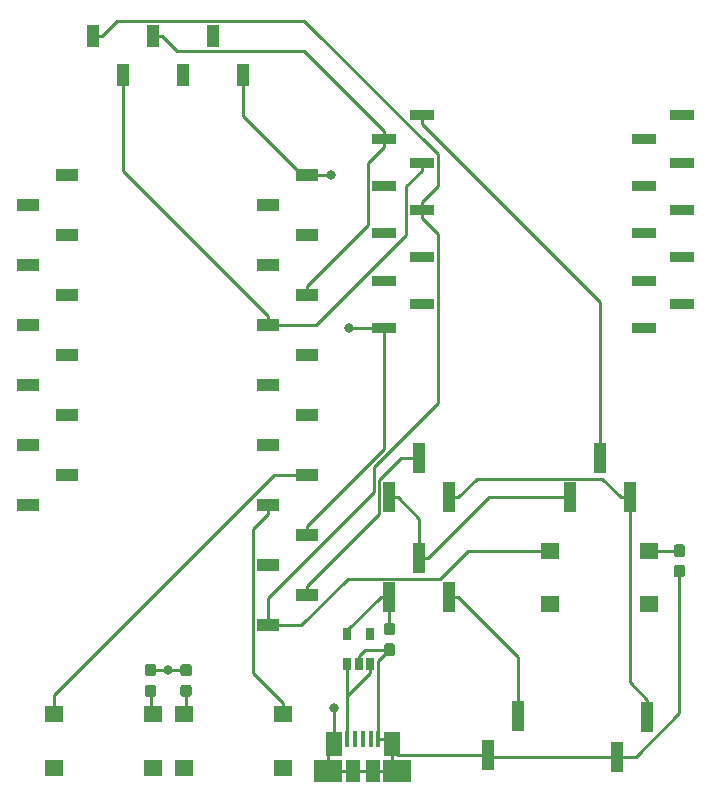
<source format=gtl>
G04 #@! TF.GenerationSoftware,KiCad,Pcbnew,(5.0.1)-3*
G04 #@! TF.CreationDate,2019-03-20T13:05:33+01:00*
G04 #@! TF.ProjectId,FeatherWing and xBee motherboard,4665617468657257696E6720616E6420,rev?*
G04 #@! TF.SameCoordinates,Original*
G04 #@! TF.FileFunction,Copper,L1,Top,Signal*
G04 #@! TF.FilePolarity,Positive*
%FSLAX46Y46*%
G04 Gerber Fmt 4.6, Leading zero omitted, Abs format (unit mm)*
G04 Created by KiCad (PCBNEW (5.0.1)-3) date 20.03.2019 13:05:33*
%MOMM*%
%LPD*%
G01*
G04 APERTURE LIST*
G04 #@! TA.AperFunction,SMDPad,CuDef*
%ADD10R,0.450000X1.380000*%
G04 #@! TD*
G04 #@! TA.AperFunction,SMDPad,CuDef*
%ADD11R,1.475000X2.100000*%
G04 #@! TD*
G04 #@! TA.AperFunction,SMDPad,CuDef*
%ADD12R,2.375000X1.900000*%
G04 #@! TD*
G04 #@! TA.AperFunction,SMDPad,CuDef*
%ADD13R,1.175000X1.900000*%
G04 #@! TD*
G04 #@! TA.AperFunction,Conductor*
%ADD14C,0.100000*%
G04 #@! TD*
G04 #@! TA.AperFunction,SMDPad,CuDef*
%ADD15C,0.950000*%
G04 #@! TD*
G04 #@! TA.AperFunction,SMDPad,CuDef*
%ADD16R,1.000000X2.510000*%
G04 #@! TD*
G04 #@! TA.AperFunction,SMDPad,CuDef*
%ADD17R,2.000000X0.900000*%
G04 #@! TD*
G04 #@! TA.AperFunction,SMDPad,CuDef*
%ADD18R,1.900000X1.000000*%
G04 #@! TD*
G04 #@! TA.AperFunction,SMDPad,CuDef*
%ADD19R,1.600000X1.400000*%
G04 #@! TD*
G04 #@! TA.AperFunction,SMDPad,CuDef*
%ADD20R,1.000000X1.900000*%
G04 #@! TD*
G04 #@! TA.AperFunction,SMDPad,CuDef*
%ADD21R,0.660000X1.000000*%
G04 #@! TD*
G04 #@! TA.AperFunction,ViaPad*
%ADD22C,0.800000*%
G04 #@! TD*
G04 #@! TA.AperFunction,Conductor*
%ADD23C,0.250000*%
G04 #@! TD*
G04 APERTURE END LIST*
D10*
G04 #@! TO.P,J1,1*
G04 #@! TO.N,Net-(J1-Pad1)*
X113770800Y-136098000D03*
G04 #@! TO.P,J1,2*
G04 #@! TO.N,Net-(J1-Pad2)*
X114420800Y-136098000D03*
G04 #@! TO.P,J1,3*
G04 #@! TO.N,Net-(J1-Pad3)*
X115070800Y-136098000D03*
G04 #@! TO.P,J1,4*
G04 #@! TO.N,Net-(J1-Pad4)*
X115720800Y-136098000D03*
G04 #@! TO.P,J1,5*
G04 #@! TO.N,/GND*
X116370800Y-136098000D03*
D11*
G04 #@! TO.P,J1,6*
X112608300Y-136458000D03*
X117533300Y-136458000D03*
D12*
X112160800Y-138758000D03*
X117980800Y-138758000D03*
D13*
X114230800Y-138758000D03*
X115910800Y-138758000D03*
G04 #@! TD*
D14*
G04 #@! TO.N,Net-(R1-Pad2)*
G04 #@! TO.C,R1*
G36*
X97361579Y-131464144D02*
X97384634Y-131467563D01*
X97407243Y-131473227D01*
X97429187Y-131481079D01*
X97450257Y-131491044D01*
X97470248Y-131503026D01*
X97488968Y-131516910D01*
X97506238Y-131532562D01*
X97521890Y-131549832D01*
X97535774Y-131568552D01*
X97547756Y-131588543D01*
X97557721Y-131609613D01*
X97565573Y-131631557D01*
X97571237Y-131654166D01*
X97574656Y-131677221D01*
X97575800Y-131700500D01*
X97575800Y-132275500D01*
X97574656Y-132298779D01*
X97571237Y-132321834D01*
X97565573Y-132344443D01*
X97557721Y-132366387D01*
X97547756Y-132387457D01*
X97535774Y-132407448D01*
X97521890Y-132426168D01*
X97506238Y-132443438D01*
X97488968Y-132459090D01*
X97470248Y-132472974D01*
X97450257Y-132484956D01*
X97429187Y-132494921D01*
X97407243Y-132502773D01*
X97384634Y-132508437D01*
X97361579Y-132511856D01*
X97338300Y-132513000D01*
X96863300Y-132513000D01*
X96840021Y-132511856D01*
X96816966Y-132508437D01*
X96794357Y-132502773D01*
X96772413Y-132494921D01*
X96751343Y-132484956D01*
X96731352Y-132472974D01*
X96712632Y-132459090D01*
X96695362Y-132443438D01*
X96679710Y-132426168D01*
X96665826Y-132407448D01*
X96653844Y-132387457D01*
X96643879Y-132366387D01*
X96636027Y-132344443D01*
X96630363Y-132321834D01*
X96626944Y-132298779D01*
X96625800Y-132275500D01*
X96625800Y-131700500D01*
X96626944Y-131677221D01*
X96630363Y-131654166D01*
X96636027Y-131631557D01*
X96643879Y-131609613D01*
X96653844Y-131588543D01*
X96665826Y-131568552D01*
X96679710Y-131549832D01*
X96695362Y-131532562D01*
X96712632Y-131516910D01*
X96731352Y-131503026D01*
X96751343Y-131491044D01*
X96772413Y-131481079D01*
X96794357Y-131473227D01*
X96816966Y-131467563D01*
X96840021Y-131464144D01*
X96863300Y-131463000D01*
X97338300Y-131463000D01*
X97361579Y-131464144D01*
X97361579Y-131464144D01*
G37*
D15*
G04 #@! TD*
G04 #@! TO.P,R1,2*
G04 #@! TO.N,Net-(R1-Pad2)*
X97100800Y-131988000D03*
D14*
G04 #@! TO.N,/GND*
G04 #@! TO.C,R1*
G36*
X97361579Y-129714144D02*
X97384634Y-129717563D01*
X97407243Y-129723227D01*
X97429187Y-129731079D01*
X97450257Y-129741044D01*
X97470248Y-129753026D01*
X97488968Y-129766910D01*
X97506238Y-129782562D01*
X97521890Y-129799832D01*
X97535774Y-129818552D01*
X97547756Y-129838543D01*
X97557721Y-129859613D01*
X97565573Y-129881557D01*
X97571237Y-129904166D01*
X97574656Y-129927221D01*
X97575800Y-129950500D01*
X97575800Y-130525500D01*
X97574656Y-130548779D01*
X97571237Y-130571834D01*
X97565573Y-130594443D01*
X97557721Y-130616387D01*
X97547756Y-130637457D01*
X97535774Y-130657448D01*
X97521890Y-130676168D01*
X97506238Y-130693438D01*
X97488968Y-130709090D01*
X97470248Y-130722974D01*
X97450257Y-130734956D01*
X97429187Y-130744921D01*
X97407243Y-130752773D01*
X97384634Y-130758437D01*
X97361579Y-130761856D01*
X97338300Y-130763000D01*
X96863300Y-130763000D01*
X96840021Y-130761856D01*
X96816966Y-130758437D01*
X96794357Y-130752773D01*
X96772413Y-130744921D01*
X96751343Y-130734956D01*
X96731352Y-130722974D01*
X96712632Y-130709090D01*
X96695362Y-130693438D01*
X96679710Y-130676168D01*
X96665826Y-130657448D01*
X96653844Y-130637457D01*
X96643879Y-130616387D01*
X96636027Y-130594443D01*
X96630363Y-130571834D01*
X96626944Y-130548779D01*
X96625800Y-130525500D01*
X96625800Y-129950500D01*
X96626944Y-129927221D01*
X96630363Y-129904166D01*
X96636027Y-129881557D01*
X96643879Y-129859613D01*
X96653844Y-129838543D01*
X96665826Y-129818552D01*
X96679710Y-129799832D01*
X96695362Y-129782562D01*
X96712632Y-129766910D01*
X96731352Y-129753026D01*
X96751343Y-129741044D01*
X96772413Y-129731079D01*
X96794357Y-129723227D01*
X96816966Y-129717563D01*
X96840021Y-129714144D01*
X96863300Y-129713000D01*
X97338300Y-129713000D01*
X97361579Y-129714144D01*
X97361579Y-129714144D01*
G37*
D15*
G04 #@! TD*
G04 #@! TO.P,R1,1*
G04 #@! TO.N,/GND*
X97100800Y-130238000D03*
D14*
G04 #@! TO.N,/GND*
G04 #@! TO.C,R2*
G36*
X100361579Y-129714144D02*
X100384634Y-129717563D01*
X100407243Y-129723227D01*
X100429187Y-129731079D01*
X100450257Y-129741044D01*
X100470248Y-129753026D01*
X100488968Y-129766910D01*
X100506238Y-129782562D01*
X100521890Y-129799832D01*
X100535774Y-129818552D01*
X100547756Y-129838543D01*
X100557721Y-129859613D01*
X100565573Y-129881557D01*
X100571237Y-129904166D01*
X100574656Y-129927221D01*
X100575800Y-129950500D01*
X100575800Y-130525500D01*
X100574656Y-130548779D01*
X100571237Y-130571834D01*
X100565573Y-130594443D01*
X100557721Y-130616387D01*
X100547756Y-130637457D01*
X100535774Y-130657448D01*
X100521890Y-130676168D01*
X100506238Y-130693438D01*
X100488968Y-130709090D01*
X100470248Y-130722974D01*
X100450257Y-130734956D01*
X100429187Y-130744921D01*
X100407243Y-130752773D01*
X100384634Y-130758437D01*
X100361579Y-130761856D01*
X100338300Y-130763000D01*
X99863300Y-130763000D01*
X99840021Y-130761856D01*
X99816966Y-130758437D01*
X99794357Y-130752773D01*
X99772413Y-130744921D01*
X99751343Y-130734956D01*
X99731352Y-130722974D01*
X99712632Y-130709090D01*
X99695362Y-130693438D01*
X99679710Y-130676168D01*
X99665826Y-130657448D01*
X99653844Y-130637457D01*
X99643879Y-130616387D01*
X99636027Y-130594443D01*
X99630363Y-130571834D01*
X99626944Y-130548779D01*
X99625800Y-130525500D01*
X99625800Y-129950500D01*
X99626944Y-129927221D01*
X99630363Y-129904166D01*
X99636027Y-129881557D01*
X99643879Y-129859613D01*
X99653844Y-129838543D01*
X99665826Y-129818552D01*
X99679710Y-129799832D01*
X99695362Y-129782562D01*
X99712632Y-129766910D01*
X99731352Y-129753026D01*
X99751343Y-129741044D01*
X99772413Y-129731079D01*
X99794357Y-129723227D01*
X99816966Y-129717563D01*
X99840021Y-129714144D01*
X99863300Y-129713000D01*
X100338300Y-129713000D01*
X100361579Y-129714144D01*
X100361579Y-129714144D01*
G37*
D15*
G04 #@! TD*
G04 #@! TO.P,R2,1*
G04 #@! TO.N,/GND*
X100100800Y-130238000D03*
D14*
G04 #@! TO.N,Net-(R2-Pad2)*
G04 #@! TO.C,R2*
G36*
X100361579Y-131464144D02*
X100384634Y-131467563D01*
X100407243Y-131473227D01*
X100429187Y-131481079D01*
X100450257Y-131491044D01*
X100470248Y-131503026D01*
X100488968Y-131516910D01*
X100506238Y-131532562D01*
X100521890Y-131549832D01*
X100535774Y-131568552D01*
X100547756Y-131588543D01*
X100557721Y-131609613D01*
X100565573Y-131631557D01*
X100571237Y-131654166D01*
X100574656Y-131677221D01*
X100575800Y-131700500D01*
X100575800Y-132275500D01*
X100574656Y-132298779D01*
X100571237Y-132321834D01*
X100565573Y-132344443D01*
X100557721Y-132366387D01*
X100547756Y-132387457D01*
X100535774Y-132407448D01*
X100521890Y-132426168D01*
X100506238Y-132443438D01*
X100488968Y-132459090D01*
X100470248Y-132472974D01*
X100450257Y-132484956D01*
X100429187Y-132494921D01*
X100407243Y-132502773D01*
X100384634Y-132508437D01*
X100361579Y-132511856D01*
X100338300Y-132513000D01*
X99863300Y-132513000D01*
X99840021Y-132511856D01*
X99816966Y-132508437D01*
X99794357Y-132502773D01*
X99772413Y-132494921D01*
X99751343Y-132484956D01*
X99731352Y-132472974D01*
X99712632Y-132459090D01*
X99695362Y-132443438D01*
X99679710Y-132426168D01*
X99665826Y-132407448D01*
X99653844Y-132387457D01*
X99643879Y-132366387D01*
X99636027Y-132344443D01*
X99630363Y-132321834D01*
X99626944Y-132298779D01*
X99625800Y-132275500D01*
X99625800Y-131700500D01*
X99626944Y-131677221D01*
X99630363Y-131654166D01*
X99636027Y-131631557D01*
X99643879Y-131609613D01*
X99653844Y-131588543D01*
X99665826Y-131568552D01*
X99679710Y-131549832D01*
X99695362Y-131532562D01*
X99712632Y-131516910D01*
X99731352Y-131503026D01*
X99751343Y-131491044D01*
X99772413Y-131481079D01*
X99794357Y-131473227D01*
X99816966Y-131467563D01*
X99840021Y-131464144D01*
X99863300Y-131463000D01*
X100338300Y-131463000D01*
X100361579Y-131464144D01*
X100361579Y-131464144D01*
G37*
D15*
G04 #@! TD*
G04 #@! TO.P,R2,2*
G04 #@! TO.N,Net-(R2-Pad2)*
X100100800Y-131988000D03*
D16*
G04 #@! TO.P,SW4,1*
G04 #@! TO.N,Net-(SW4-Pad1)*
X117294000Y-115621000D03*
G04 #@! TO.P,SW4,3*
G04 #@! TO.N,Net-(J3-Pad1)*
X122374000Y-115621000D03*
G04 #@! TO.P,SW4,2*
G04 #@! TO.N,/nRF_VCC*
X119834000Y-112311000D03*
G04 #@! TD*
G04 #@! TO.P,SW5,2*
G04 #@! TO.N,/RN_VCC*
X135148800Y-112311000D03*
G04 #@! TO.P,SW5,3*
G04 #@! TO.N,Net-(J3-Pad1)*
X137688800Y-115621000D03*
G04 #@! TO.P,SW5,1*
G04 #@! TO.N,Net-(SW4-Pad1)*
X132608800Y-115621000D03*
G04 #@! TD*
D14*
G04 #@! TO.N,Net-(C1-Pad1)*
G04 #@! TO.C,C1*
G36*
X117584779Y-126238144D02*
X117607834Y-126241563D01*
X117630443Y-126247227D01*
X117652387Y-126255079D01*
X117673457Y-126265044D01*
X117693448Y-126277026D01*
X117712168Y-126290910D01*
X117729438Y-126306562D01*
X117745090Y-126323832D01*
X117758974Y-126342552D01*
X117770956Y-126362543D01*
X117780921Y-126383613D01*
X117788773Y-126405557D01*
X117794437Y-126428166D01*
X117797856Y-126451221D01*
X117799000Y-126474500D01*
X117799000Y-127049500D01*
X117797856Y-127072779D01*
X117794437Y-127095834D01*
X117788773Y-127118443D01*
X117780921Y-127140387D01*
X117770956Y-127161457D01*
X117758974Y-127181448D01*
X117745090Y-127200168D01*
X117729438Y-127217438D01*
X117712168Y-127233090D01*
X117693448Y-127246974D01*
X117673457Y-127258956D01*
X117652387Y-127268921D01*
X117630443Y-127276773D01*
X117607834Y-127282437D01*
X117584779Y-127285856D01*
X117561500Y-127287000D01*
X117086500Y-127287000D01*
X117063221Y-127285856D01*
X117040166Y-127282437D01*
X117017557Y-127276773D01*
X116995613Y-127268921D01*
X116974543Y-127258956D01*
X116954552Y-127246974D01*
X116935832Y-127233090D01*
X116918562Y-127217438D01*
X116902910Y-127200168D01*
X116889026Y-127181448D01*
X116877044Y-127161457D01*
X116867079Y-127140387D01*
X116859227Y-127118443D01*
X116853563Y-127095834D01*
X116850144Y-127072779D01*
X116849000Y-127049500D01*
X116849000Y-126474500D01*
X116850144Y-126451221D01*
X116853563Y-126428166D01*
X116859227Y-126405557D01*
X116867079Y-126383613D01*
X116877044Y-126362543D01*
X116889026Y-126342552D01*
X116902910Y-126323832D01*
X116918562Y-126306562D01*
X116935832Y-126290910D01*
X116954552Y-126277026D01*
X116974543Y-126265044D01*
X116995613Y-126255079D01*
X117017557Y-126247227D01*
X117040166Y-126241563D01*
X117063221Y-126238144D01*
X117086500Y-126237000D01*
X117561500Y-126237000D01*
X117584779Y-126238144D01*
X117584779Y-126238144D01*
G37*
D15*
G04 #@! TD*
G04 #@! TO.P,C1,1*
G04 #@! TO.N,Net-(C1-Pad1)*
X117324000Y-126762000D03*
D14*
G04 #@! TO.N,/GND*
G04 #@! TO.C,C1*
G36*
X117584779Y-127988144D02*
X117607834Y-127991563D01*
X117630443Y-127997227D01*
X117652387Y-128005079D01*
X117673457Y-128015044D01*
X117693448Y-128027026D01*
X117712168Y-128040910D01*
X117729438Y-128056562D01*
X117745090Y-128073832D01*
X117758974Y-128092552D01*
X117770956Y-128112543D01*
X117780921Y-128133613D01*
X117788773Y-128155557D01*
X117794437Y-128178166D01*
X117797856Y-128201221D01*
X117799000Y-128224500D01*
X117799000Y-128799500D01*
X117797856Y-128822779D01*
X117794437Y-128845834D01*
X117788773Y-128868443D01*
X117780921Y-128890387D01*
X117770956Y-128911457D01*
X117758974Y-128931448D01*
X117745090Y-128950168D01*
X117729438Y-128967438D01*
X117712168Y-128983090D01*
X117693448Y-128996974D01*
X117673457Y-129008956D01*
X117652387Y-129018921D01*
X117630443Y-129026773D01*
X117607834Y-129032437D01*
X117584779Y-129035856D01*
X117561500Y-129037000D01*
X117086500Y-129037000D01*
X117063221Y-129035856D01*
X117040166Y-129032437D01*
X117017557Y-129026773D01*
X116995613Y-129018921D01*
X116974543Y-129008956D01*
X116954552Y-128996974D01*
X116935832Y-128983090D01*
X116918562Y-128967438D01*
X116902910Y-128950168D01*
X116889026Y-128931448D01*
X116877044Y-128911457D01*
X116867079Y-128890387D01*
X116859227Y-128868443D01*
X116853563Y-128845834D01*
X116850144Y-128822779D01*
X116849000Y-128799500D01*
X116849000Y-128224500D01*
X116850144Y-128201221D01*
X116853563Y-128178166D01*
X116859227Y-128155557D01*
X116867079Y-128133613D01*
X116877044Y-128112543D01*
X116889026Y-128092552D01*
X116902910Y-128073832D01*
X116918562Y-128056562D01*
X116935832Y-128040910D01*
X116954552Y-128027026D01*
X116974543Y-128015044D01*
X116995613Y-128005079D01*
X117017557Y-127997227D01*
X117040166Y-127991563D01*
X117063221Y-127988144D01*
X117086500Y-127987000D01*
X117561500Y-127987000D01*
X117584779Y-127988144D01*
X117584779Y-127988144D01*
G37*
D15*
G04 #@! TD*
G04 #@! TO.P,C1,2*
G04 #@! TO.N,/GND*
X117324000Y-128512000D03*
D17*
G04 #@! TO.P,U1,19*
G04 #@! TO.N,Net-(U1-Pad19)*
X138874000Y-85266000D03*
G04 #@! TO.P,U1,17*
G04 #@! TO.N,Net-(U1-Pad17)*
X138874000Y-89266000D03*
G04 #@! TO.P,U1,15*
G04 #@! TO.N,Net-(U1-Pad15)*
X138874000Y-93266000D03*
G04 #@! TO.P,U1,13*
G04 #@! TO.N,Net-(U1-Pad13)*
X138874000Y-97266000D03*
G04 #@! TO.P,U1,11*
G04 #@! TO.N,Net-(U1-Pad11)*
X138874000Y-101266000D03*
G04 #@! TO.P,U1,20*
G04 #@! TO.N,Net-(U1-Pad20)*
X142074000Y-83266000D03*
G04 #@! TO.P,U1,18*
G04 #@! TO.N,Net-(U1-Pad18)*
X142074000Y-87266000D03*
G04 #@! TO.P,U1,16*
G04 #@! TO.N,Net-(U1-Pad16)*
X142074000Y-91266000D03*
G04 #@! TO.P,U1,14*
G04 #@! TO.N,Net-(U1-Pad14)*
X142074000Y-95266000D03*
G04 #@! TO.P,U1,12*
G04 #@! TO.N,Net-(U1-Pad12)*
X142074000Y-99266000D03*
G04 #@! TO.P,U1,2*
G04 #@! TO.N,/TX*
X116874000Y-85266000D03*
G04 #@! TO.P,U1,4*
G04 #@! TO.N,Net-(U1-Pad4)*
X116874000Y-89266000D03*
G04 #@! TO.P,U1,6*
G04 #@! TO.N,Net-(U1-Pad6)*
X116874000Y-93266000D03*
G04 #@! TO.P,U1,8*
G04 #@! TO.N,Net-(U1-Pad8)*
X116874000Y-97266000D03*
G04 #@! TO.P,U1,10*
G04 #@! TO.N,/GND*
X116874000Y-101266000D03*
G04 #@! TO.P,U1,1*
G04 #@! TO.N,/RN_VCC*
X120074000Y-83266000D03*
G04 #@! TO.P,U1,3*
G04 #@! TO.N,/RX*
X120074000Y-87266000D03*
G04 #@! TO.P,U1,5*
G04 #@! TO.N,/RESET*
X120074000Y-91266000D03*
G04 #@! TO.P,U1,7*
G04 #@! TO.N,Net-(U1-Pad7)*
X120074000Y-95266000D03*
G04 #@! TO.P,U1,9*
G04 #@! TO.N,Net-(U1-Pad9)*
X120074000Y-99266000D03*
G04 #@! TD*
D18*
G04 #@! TO.P,U2,27*
G04 #@! TO.N,Net-(U2-Pad27)*
X86734532Y-90866070D03*
G04 #@! TO.P,U2,25*
G04 #@! TO.N,Net-(U2-Pad25)*
X86734532Y-95946070D03*
G04 #@! TO.P,U2,23*
G04 #@! TO.N,Net-(U2-Pad23)*
X86734532Y-101026070D03*
G04 #@! TO.P,U2,21*
G04 #@! TO.N,Net-(U2-Pad21)*
X86734532Y-106106070D03*
G04 #@! TO.P,U2,19*
G04 #@! TO.N,Net-(U2-Pad19)*
X86734532Y-111186070D03*
G04 #@! TO.P,U2,17*
G04 #@! TO.N,Net-(U2-Pad17)*
X86734532Y-116266070D03*
G04 #@! TO.P,U2,28*
G04 #@! TO.N,Net-(U2-Pad28)*
X90034532Y-88326070D03*
G04 #@! TO.P,U2,26*
G04 #@! TO.N,Net-(U2-Pad26)*
X90034532Y-93406070D03*
G04 #@! TO.P,U2,24*
G04 #@! TO.N,Net-(U2-Pad24)*
X90034532Y-98486070D03*
G04 #@! TO.P,U2,22*
G04 #@! TO.N,Net-(U2-Pad22)*
X90034532Y-103566070D03*
G04 #@! TO.P,U2,20*
G04 #@! TO.N,Net-(U2-Pad20)*
X90034532Y-108646070D03*
G04 #@! TO.P,U2,18*
G04 #@! TO.N,Net-(U2-Pad18)*
X90034532Y-113726070D03*
G04 #@! TO.P,U2,15*
G04 #@! TO.N,Net-(U2-Pad15)*
X107050268Y-90868000D03*
G04 #@! TO.P,U2,13*
G04 #@! TO.N,Net-(U2-Pad13)*
X107050268Y-95948000D03*
G04 #@! TO.P,U2,11*
G04 #@! TO.N,/RX*
X107050268Y-101028000D03*
G04 #@! TO.P,U2,9*
G04 #@! TO.N,Net-(U2-Pad9)*
X107050268Y-106108000D03*
G04 #@! TO.P,U2,7*
G04 #@! TO.N,Net-(U2-Pad7)*
X107050268Y-111188000D03*
G04 #@! TO.P,U2,5*
G04 #@! TO.N,/BTN2*
X107050268Y-116268000D03*
G04 #@! TO.P,U2,3*
G04 #@! TO.N,Net-(U2-Pad3)*
X107050268Y-121348000D03*
G04 #@! TO.P,U2,1*
G04 #@! TO.N,/RESET*
X107050268Y-126428000D03*
G04 #@! TO.P,U2,16*
G04 #@! TO.N,/GND*
X110350268Y-88328000D03*
G04 #@! TO.P,U2,14*
G04 #@! TO.N,Net-(U2-Pad14)*
X110350268Y-93408000D03*
G04 #@! TO.P,U2,12*
G04 #@! TO.N,/TX*
X110350268Y-98488000D03*
G04 #@! TO.P,U2,10*
G04 #@! TO.N,Net-(U2-Pad10)*
X110350268Y-103568000D03*
G04 #@! TO.P,U2,8*
G04 #@! TO.N,Net-(U2-Pad8)*
X110350268Y-108648000D03*
G04 #@! TO.P,U2,6*
G04 #@! TO.N,/BTN1*
X110350268Y-113728000D03*
G04 #@! TO.P,U2,4*
G04 #@! TO.N,/GND*
X110350268Y-118808000D03*
G04 #@! TO.P,U2,2*
G04 #@! TO.N,/nRF_VCC*
X110350268Y-123888000D03*
G04 #@! TD*
D19*
G04 #@! TO.P,SW1,3*
G04 #@! TO.N,N/C*
X88900800Y-138488000D03*
G04 #@! TO.P,SW1,1*
G04 #@! TO.N,/BTN1*
X88900800Y-133988000D03*
G04 #@! TO.P,SW1,2*
G04 #@! TO.N,Net-(R1-Pad2)*
X97300800Y-133988000D03*
G04 #@! TO.P,SW1,4*
G04 #@! TO.N,N/C*
X97300800Y-138488000D03*
G04 #@! TD*
G04 #@! TO.P,SW2,4*
G04 #@! TO.N,N/C*
X108300800Y-138488000D03*
G04 #@! TO.P,SW2,2*
G04 #@! TO.N,/BTN2*
X108300800Y-133988000D03*
G04 #@! TO.P,SW2,1*
G04 #@! TO.N,Net-(R2-Pad2)*
X99900800Y-133988000D03*
G04 #@! TO.P,SW2,3*
G04 #@! TO.N,N/C*
X99900800Y-138488000D03*
G04 #@! TD*
D16*
G04 #@! TO.P,J2,1*
G04 #@! TO.N,Net-(J2-Pad1)*
X128248800Y-134150000D03*
G04 #@! TO.P,J2,2*
G04 #@! TO.N,/GND*
X125708800Y-137460000D03*
G04 #@! TD*
G04 #@! TO.P,J3,2*
G04 #@! TO.N,/GND*
X136608300Y-137563000D03*
G04 #@! TO.P,J3,1*
G04 #@! TO.N,Net-(J3-Pad1)*
X139148300Y-134253000D03*
G04 #@! TD*
D14*
G04 #@! TO.N,/GND*
G04 #@! TO.C,R3*
G36*
X142134779Y-121342144D02*
X142157834Y-121345563D01*
X142180443Y-121351227D01*
X142202387Y-121359079D01*
X142223457Y-121369044D01*
X142243448Y-121381026D01*
X142262168Y-121394910D01*
X142279438Y-121410562D01*
X142295090Y-121427832D01*
X142308974Y-121446552D01*
X142320956Y-121466543D01*
X142330921Y-121487613D01*
X142338773Y-121509557D01*
X142344437Y-121532166D01*
X142347856Y-121555221D01*
X142349000Y-121578500D01*
X142349000Y-122153500D01*
X142347856Y-122176779D01*
X142344437Y-122199834D01*
X142338773Y-122222443D01*
X142330921Y-122244387D01*
X142320956Y-122265457D01*
X142308974Y-122285448D01*
X142295090Y-122304168D01*
X142279438Y-122321438D01*
X142262168Y-122337090D01*
X142243448Y-122350974D01*
X142223457Y-122362956D01*
X142202387Y-122372921D01*
X142180443Y-122380773D01*
X142157834Y-122386437D01*
X142134779Y-122389856D01*
X142111500Y-122391000D01*
X141636500Y-122391000D01*
X141613221Y-122389856D01*
X141590166Y-122386437D01*
X141567557Y-122380773D01*
X141545613Y-122372921D01*
X141524543Y-122362956D01*
X141504552Y-122350974D01*
X141485832Y-122337090D01*
X141468562Y-122321438D01*
X141452910Y-122304168D01*
X141439026Y-122285448D01*
X141427044Y-122265457D01*
X141417079Y-122244387D01*
X141409227Y-122222443D01*
X141403563Y-122199834D01*
X141400144Y-122176779D01*
X141399000Y-122153500D01*
X141399000Y-121578500D01*
X141400144Y-121555221D01*
X141403563Y-121532166D01*
X141409227Y-121509557D01*
X141417079Y-121487613D01*
X141427044Y-121466543D01*
X141439026Y-121446552D01*
X141452910Y-121427832D01*
X141468562Y-121410562D01*
X141485832Y-121394910D01*
X141504552Y-121381026D01*
X141524543Y-121369044D01*
X141545613Y-121359079D01*
X141567557Y-121351227D01*
X141590166Y-121345563D01*
X141613221Y-121342144D01*
X141636500Y-121341000D01*
X142111500Y-121341000D01*
X142134779Y-121342144D01*
X142134779Y-121342144D01*
G37*
D15*
G04 #@! TD*
G04 #@! TO.P,R3,1*
G04 #@! TO.N,/GND*
X141874000Y-121866000D03*
D14*
G04 #@! TO.N,Net-(R3-Pad2)*
G04 #@! TO.C,R3*
G36*
X142134779Y-119592144D02*
X142157834Y-119595563D01*
X142180443Y-119601227D01*
X142202387Y-119609079D01*
X142223457Y-119619044D01*
X142243448Y-119631026D01*
X142262168Y-119644910D01*
X142279438Y-119660562D01*
X142295090Y-119677832D01*
X142308974Y-119696552D01*
X142320956Y-119716543D01*
X142330921Y-119737613D01*
X142338773Y-119759557D01*
X142344437Y-119782166D01*
X142347856Y-119805221D01*
X142349000Y-119828500D01*
X142349000Y-120403500D01*
X142347856Y-120426779D01*
X142344437Y-120449834D01*
X142338773Y-120472443D01*
X142330921Y-120494387D01*
X142320956Y-120515457D01*
X142308974Y-120535448D01*
X142295090Y-120554168D01*
X142279438Y-120571438D01*
X142262168Y-120587090D01*
X142243448Y-120600974D01*
X142223457Y-120612956D01*
X142202387Y-120622921D01*
X142180443Y-120630773D01*
X142157834Y-120636437D01*
X142134779Y-120639856D01*
X142111500Y-120641000D01*
X141636500Y-120641000D01*
X141613221Y-120639856D01*
X141590166Y-120636437D01*
X141567557Y-120630773D01*
X141545613Y-120622921D01*
X141524543Y-120612956D01*
X141504552Y-120600974D01*
X141485832Y-120587090D01*
X141468562Y-120571438D01*
X141452910Y-120554168D01*
X141439026Y-120535448D01*
X141427044Y-120515457D01*
X141417079Y-120494387D01*
X141409227Y-120472443D01*
X141403563Y-120449834D01*
X141400144Y-120426779D01*
X141399000Y-120403500D01*
X141399000Y-119828500D01*
X141400144Y-119805221D01*
X141403563Y-119782166D01*
X141409227Y-119759557D01*
X141417079Y-119737613D01*
X141427044Y-119716543D01*
X141439026Y-119696552D01*
X141452910Y-119677832D01*
X141468562Y-119660562D01*
X141485832Y-119644910D01*
X141504552Y-119631026D01*
X141524543Y-119619044D01*
X141545613Y-119609079D01*
X141567557Y-119601227D01*
X141590166Y-119595563D01*
X141613221Y-119592144D01*
X141636500Y-119591000D01*
X142111500Y-119591000D01*
X142134779Y-119592144D01*
X142134779Y-119592144D01*
G37*
D15*
G04 #@! TD*
G04 #@! TO.P,R3,2*
G04 #@! TO.N,Net-(R3-Pad2)*
X141874000Y-120116000D03*
D20*
G04 #@! TO.P,J4,2*
G04 #@! TO.N,/RX*
X94757400Y-79818000D03*
G04 #@! TO.P,J4,4*
G04 #@! TO.N,Net-(J4-Pad4)*
X99837400Y-79818000D03*
G04 #@! TO.P,J4,6*
G04 #@! TO.N,/GND*
X104917400Y-79818000D03*
G04 #@! TO.P,J4,1*
G04 #@! TO.N,/RESET*
X92217400Y-76518000D03*
G04 #@! TO.P,J4,3*
G04 #@! TO.N,/TX*
X97297400Y-76518000D03*
G04 #@! TO.P,J4,5*
G04 #@! TO.N,Net-(J4-Pad5)*
X102377400Y-76518000D03*
G04 #@! TD*
D16*
G04 #@! TO.P,SW6,2*
G04 #@! TO.N,Net-(SW4-Pad1)*
X119864000Y-120756000D03*
G04 #@! TO.P,SW6,3*
G04 #@! TO.N,Net-(J2-Pad1)*
X122404000Y-124066000D03*
G04 #@! TO.P,SW6,1*
G04 #@! TO.N,Net-(C1-Pad1)*
X117324000Y-124066000D03*
G04 #@! TD*
D19*
G04 #@! TO.P,SW3,4*
G04 #@! TO.N,N/C*
X139324000Y-124661000D03*
G04 #@! TO.P,SW3,2*
G04 #@! TO.N,Net-(R3-Pad2)*
X139324000Y-120161000D03*
G04 #@! TO.P,SW3,1*
G04 #@! TO.N,/RESET*
X130924000Y-120161000D03*
G04 #@! TO.P,SW3,3*
G04 #@! TO.N,N/C*
X130924000Y-124661000D03*
G04 #@! TD*
D21*
G04 #@! TO.P,U3,3*
G04 #@! TO.N,Net-(J1-Pad1)*
X115670800Y-129761000D03*
G04 #@! TO.P,U3,2*
G04 #@! TO.N,/GND*
X114720800Y-129761000D03*
G04 #@! TO.P,U3,1*
G04 #@! TO.N,Net-(J1-Pad1)*
X113770800Y-129761000D03*
G04 #@! TO.P,U3,5*
G04 #@! TO.N,Net-(C1-Pad1)*
X113770800Y-127161000D03*
G04 #@! TO.P,U3,4*
G04 #@! TO.N,Net-(U3-Pad4)*
X115670800Y-127161000D03*
G04 #@! TD*
D22*
G04 #@! TO.N,/GND*
X112608300Y-133458000D03*
X98600799Y-130238000D03*
X112350268Y-88328000D03*
X113874000Y-101266000D03*
G04 #@! TD*
D23*
G04 #@! TO.N,/GND*
X97100800Y-130238000D02*
X98813400Y-130238000D01*
X116361600Y-136088800D02*
X116370800Y-136098000D01*
X116361600Y-131762000D02*
X116361600Y-136088800D01*
X117173300Y-136098000D02*
X117533300Y-136458000D01*
X116370800Y-136098000D02*
X117173300Y-136098000D01*
X117533300Y-138310500D02*
X117980800Y-138758000D01*
X117533300Y-136458000D02*
X117533300Y-138310500D01*
X117980800Y-138758000D02*
X115910800Y-138758000D01*
X115910800Y-138758000D02*
X114230800Y-138758000D01*
X114230800Y-138758000D02*
X112160800Y-138758000D01*
X112160800Y-136905500D02*
X112608300Y-136458000D01*
X112160800Y-138758000D02*
X112160800Y-136905500D01*
X112608300Y-136458000D02*
X112608300Y-133458000D01*
X112608300Y-133458000D02*
X112608300Y-133458000D01*
X126024550Y-137563000D02*
X125979550Y-137518000D01*
X136608300Y-137563000D02*
X126024550Y-137563000D01*
X117533300Y-136914500D02*
X117533300Y-136458000D01*
X118078800Y-137460000D02*
X117533300Y-136914500D01*
X125708800Y-137460000D02*
X118078800Y-137460000D01*
X98813400Y-130238000D02*
X100100800Y-130238000D01*
X109900268Y-88328000D02*
X110350268Y-88328000D01*
X104917400Y-83345132D02*
X109900268Y-88328000D01*
X104917400Y-79818000D02*
X104917400Y-83345132D01*
X110350268Y-88328000D02*
X112350268Y-88328000D01*
X112350268Y-88328000D02*
X112350268Y-88328000D01*
X116874000Y-101266000D02*
X113874000Y-101266000D01*
X113874000Y-101266000D02*
X113874000Y-101266000D01*
X141874000Y-122491000D02*
X141874000Y-121866000D01*
X141874000Y-133867302D02*
X141874000Y-122491000D01*
X138178302Y-137563000D02*
X141874000Y-133867302D01*
X136608300Y-137563000D02*
X138178302Y-137563000D01*
X116874000Y-101966000D02*
X116874000Y-101266000D01*
X116874000Y-111534268D02*
X116874000Y-101966000D01*
X110350268Y-118058000D02*
X116874000Y-111534268D01*
X110350268Y-118808000D02*
X110350268Y-118058000D01*
X116370800Y-135158000D02*
X116370800Y-136098000D01*
X114720800Y-129011000D02*
X114795801Y-128935999D01*
X116749000Y-128512000D02*
X117324000Y-128512000D01*
X115219800Y-128512000D02*
X116749000Y-128512000D01*
X114720800Y-129011000D02*
X115219800Y-128512000D01*
X114720800Y-129761000D02*
X114720800Y-129011000D01*
X116370800Y-129465200D02*
X117324000Y-128512000D01*
X116370800Y-136098000D02*
X116370800Y-129465200D01*
G04 #@! TO.N,/TX*
X116874000Y-85966000D02*
X116874000Y-85266000D01*
X115548999Y-87291001D02*
X116874000Y-85966000D01*
X115548999Y-92539269D02*
X115548999Y-87291001D01*
X110350268Y-97738000D02*
X115548999Y-92539269D01*
X110350268Y-98488000D02*
X110350268Y-97738000D01*
X98047400Y-76518000D02*
X97297400Y-76518000D01*
X99322401Y-77793001D02*
X98047400Y-76518000D01*
X110101001Y-77793001D02*
X99322401Y-77793001D01*
X116874000Y-84566000D02*
X110101001Y-77793001D01*
X116874000Y-85266000D02*
X116874000Y-84566000D01*
G04 #@! TO.N,/RX*
X108250268Y-101028000D02*
X107050268Y-101028000D01*
X111147002Y-101028000D02*
X108250268Y-101028000D01*
X118748999Y-93426003D02*
X111147002Y-101028000D01*
X118748999Y-89291001D02*
X118748999Y-93426003D01*
X120074000Y-87966000D02*
X118748999Y-89291001D01*
X120074000Y-87266000D02*
X120074000Y-87966000D01*
X94757400Y-81018000D02*
X94757400Y-79818000D01*
X94757400Y-87985132D02*
X94757400Y-81018000D01*
X107050268Y-100278000D02*
X94757400Y-87985132D01*
X107050268Y-101028000D02*
X107050268Y-100278000D01*
G04 #@! TO.N,/RESET*
X107050268Y-126428000D02*
X107050268Y-125152998D01*
X92967400Y-76518000D02*
X92217400Y-76518000D01*
X94242401Y-75242999D02*
X92967400Y-76518000D01*
X110086001Y-75242999D02*
X94242401Y-75242999D01*
X121399001Y-86555999D02*
X110086001Y-75242999D01*
X121399001Y-89240999D02*
X121399001Y-86555999D01*
X120074000Y-90566000D02*
X121399001Y-89240999D01*
X120074000Y-91266000D02*
X120074000Y-90566000D01*
X108250268Y-126428000D02*
X107050268Y-126428000D01*
X109845270Y-126428000D02*
X108250268Y-126428000D01*
X113787271Y-122485999D02*
X109845270Y-126428000D01*
X121643999Y-122485999D02*
X113787271Y-122485999D01*
X123968998Y-120161000D02*
X121643999Y-122485999D01*
X130948800Y-120161000D02*
X123968998Y-120161000D01*
X121399001Y-93291001D02*
X120074000Y-91966000D01*
X121399001Y-107645677D02*
X121399001Y-93291001D01*
X120074000Y-91966000D02*
X120074000Y-91266000D01*
X116018989Y-113025689D02*
X121399001Y-107645677D01*
X116018989Y-115174281D02*
X116018989Y-113025689D01*
X107050268Y-124143002D02*
X116018989Y-115174281D01*
X107050268Y-126428000D02*
X107050268Y-124143002D01*
G04 #@! TO.N,Net-(J2-Pad1)*
X123154000Y-124066000D02*
X122404000Y-124066000D01*
X128248800Y-129160800D02*
X123154000Y-124066000D01*
X128248800Y-134150000D02*
X128248800Y-129160800D01*
G04 #@! TO.N,Net-(R1-Pad2)*
X97100800Y-133788000D02*
X97300800Y-133988000D01*
X97100800Y-131988000D02*
X97100800Y-133788000D01*
G04 #@! TO.N,Net-(R2-Pad2)*
X100100800Y-131988000D02*
X100100800Y-133788000D01*
X100100800Y-133788000D02*
X99900800Y-133988000D01*
G04 #@! TO.N,/BTN1*
X109150268Y-113728000D02*
X110350268Y-113728000D01*
X107555266Y-113728000D02*
X109150268Y-113728000D01*
X88900800Y-132382466D02*
X107555266Y-113728000D01*
X88900800Y-133988000D02*
X88900800Y-132382466D01*
G04 #@! TO.N,/BTN2*
X108300800Y-133988000D02*
X108400800Y-133988000D01*
X107050268Y-117018000D02*
X107050268Y-116268000D01*
X105775267Y-118293001D02*
X107050268Y-117018000D01*
X105775267Y-130512467D02*
X105775267Y-118293001D01*
X108300800Y-133038000D02*
X105775267Y-130512467D01*
X108300800Y-133988000D02*
X108300800Y-133038000D01*
G04 #@! TO.N,/nRF_VCC*
X119084000Y-112311000D02*
X119834000Y-112311000D01*
X118263998Y-112311000D02*
X119084000Y-112311000D01*
X116468999Y-114105999D02*
X118263998Y-112311000D01*
X116468999Y-117019269D02*
X116468999Y-114105999D01*
X110350268Y-123138000D02*
X116468999Y-117019269D01*
X110350268Y-123888000D02*
X110350268Y-123138000D01*
G04 #@! TO.N,/RN_VCC*
X135148800Y-112111000D02*
X135148800Y-105606000D01*
X135148800Y-110606000D02*
X135148800Y-112111000D01*
X135148800Y-99040800D02*
X135148800Y-110606000D01*
X120074000Y-83966000D02*
X135148800Y-99040800D01*
X120074000Y-83266000D02*
X120074000Y-83966000D01*
G04 #@! TO.N,Net-(C1-Pad1)*
X116574000Y-124066000D02*
X117324000Y-124066000D01*
X113770800Y-126869200D02*
X116574000Y-124066000D01*
X113770800Y-127161000D02*
X113770800Y-126869200D01*
X117324000Y-124066000D02*
X117324000Y-126762000D01*
G04 #@! TO.N,Net-(J3-Pad1)*
X137718800Y-115451000D02*
X137688800Y-115421000D01*
X137688800Y-117126000D02*
X137688800Y-115621000D01*
X137688800Y-131288500D02*
X137688800Y-117126000D01*
X139148300Y-132748000D02*
X137688800Y-131288500D01*
X139148300Y-134253000D02*
X139148300Y-132748000D01*
X136938800Y-115621000D02*
X137688800Y-115621000D01*
X135358799Y-114040999D02*
X136938800Y-115621000D01*
X124704001Y-114040999D02*
X135358799Y-114040999D01*
X123124000Y-115621000D02*
X124704001Y-114040999D01*
X122374000Y-115621000D02*
X123124000Y-115621000D01*
G04 #@! TO.N,Net-(J1-Pad1)*
X113770800Y-131762000D02*
X113770800Y-129761000D01*
X113770800Y-132411000D02*
X113770800Y-132762000D01*
X115670800Y-130511000D02*
X113770800Y-132411000D01*
X115670800Y-129761000D02*
X115670800Y-130511000D01*
X113770800Y-136098000D02*
X113770800Y-132762000D01*
X113770800Y-132762000D02*
X113770800Y-131762000D01*
G04 #@! TO.N,Net-(R3-Pad2)*
X139643310Y-120116000D02*
X139598310Y-120161000D01*
X141874000Y-120116000D02*
X139643310Y-120116000D01*
G04 #@! TO.N,Net-(SW4-Pad1)*
X118044000Y-115621000D02*
X117294000Y-115621000D01*
X119864000Y-117441000D02*
X118044000Y-115621000D01*
X119864000Y-120756000D02*
X119864000Y-117441000D01*
X131858800Y-115621000D02*
X132608800Y-115621000D01*
X125749000Y-115621000D02*
X131858800Y-115621000D01*
X120614000Y-120756000D02*
X125749000Y-115621000D01*
X119864000Y-120756000D02*
X120614000Y-120756000D01*
G04 #@! TD*
M02*

</source>
